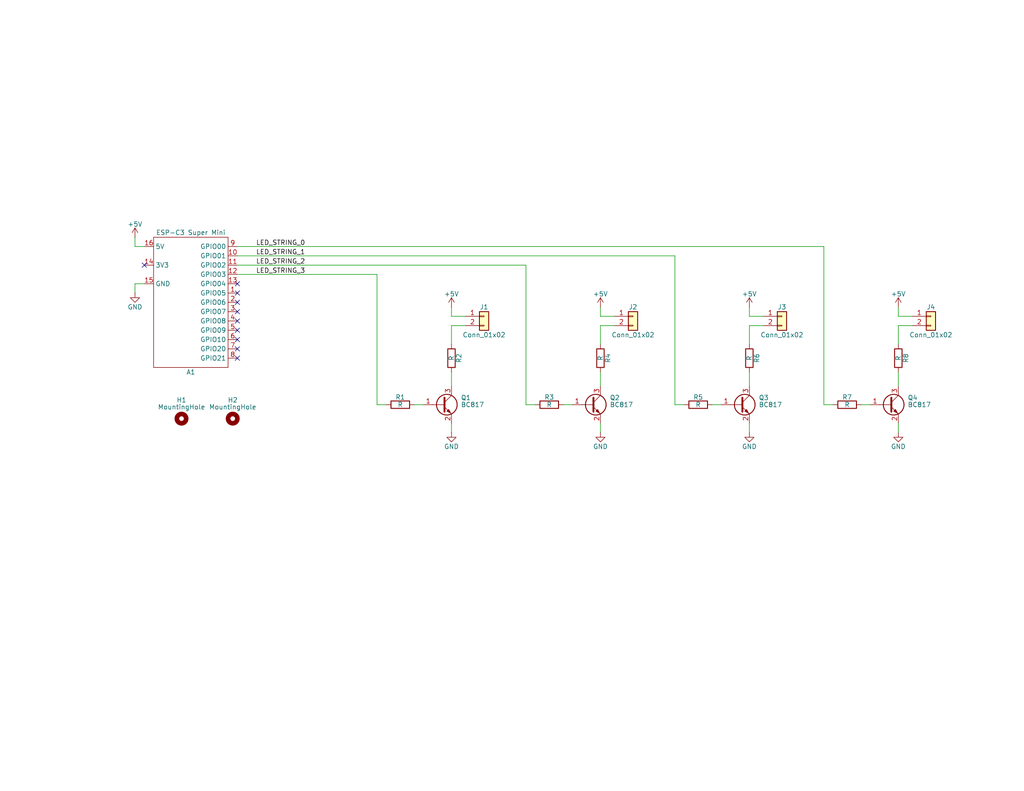
<source format=kicad_sch>
(kicad_sch (version 20250114) (generator "eeschema") (generator_version "9.0")
  (paper "A")
  (title_block (title "Mini Christmas Tree Light Controller") (date "2025-12-02") (company "Perry Leumas"))
  (lib_symbols
    (symbol "Connector_Generic:Conn_01x02" (pin_names (offset 1.016) (hide yes))
      (property "Reference" "J" (at 0 2.54 0))
      (property "Value" "Conn_01x02" (at 0 -5.08 0))
      (symbol "Conn_01x02_1_1"
        (rectangle (start -1.27 1.27) (end 1.27 -3.81) (stroke (width 0.254)) (fill (type background)))
        (rectangle (start -1.27 0.127) (end 0 -0.127) (stroke (width 0.1524)))
        (rectangle (start -1.27 -2.413) (end 0 -2.667) (stroke (width 0.1524)))
        (pin passive line (at -5.08 0 0) (length 3.81) (name "Pin_1") (number "1"))
        (pin passive line (at -5.08 -2.54 0) (length 3.81) (name "Pin_2") (number "2"))
      )
    )
    (symbol "Device:R" (pin_numbers (hide yes)) (pin_names (offset 0))
      (property "Reference" "R" (at 2.032 0 90))
      (property "Value" "R" (at 0 0 90))
      (symbol "R_0_1"
        (rectangle (start -1.016 -2.54) (end 1.016 2.54) (stroke (width 0.254)))
      )
      (symbol "R_1_1"
        (pin passive line (at 0 3.81 270) (length 1.27) (name "~") (number "1"))
        (pin passive line (at 0 -3.81 90) (length 1.27) (name "~") (number "2"))
      )
    )
    (symbol "Mechanical:MountingHole" (pin_names (offset 1.016)) (in_bom no)
      (property "Reference" "H" (at 0 5.08 0))
      (property "Value" "MountingHole" (at 0 3.175 0))
      (symbol "MountingHole_0_1"
        (circle (center 0 0) (radius 1.27) (stroke (width 1.27)))
      )
    )
    (symbol "Transistor_BJT:BC817" (pin_names (offset 0) (hide yes))
      (property "Reference" "Q" (at 5.08 1.905 0))
      (property "Value" "BC817" (at 5.08 0 0))
      (symbol "BC817_0_1"
        (polyline (pts (xy -2.54 0) (xy 0.635 0)))
        (polyline (pts (xy 0.635 1.905) (xy 0.635 -1.905)) (stroke (width 0.508)))
        (circle (center 1.27 0) (radius 2.8194) (stroke (width 0.254)))
      )
      (symbol "BC817_1_1"
        (polyline (pts (xy 0.635 0.635) (xy 2.54 2.54)))
        (polyline (pts (xy 0.635 -0.635) (xy 2.54 -2.54)))
        (polyline (pts (xy 1.27 -1.778) (xy 1.778 -1.27) (xy 2.286 -2.286) (xy 1.27 -1.778)) (fill (type outline)))
        (pin input line (at -5.08 0 0) (length 2.54) (name "B") (number "1"))
        (pin passive line (at 2.54 5.08 270) (length 2.54) (name "C") (number "3"))
        (pin passive line (at 2.54 -5.08 90) (length 2.54) (name "E") (number "2"))
      )
    )
    (symbol "esp32-c3_SuperMini:esp32-c3_SuperMini"
      (property "Reference" "A" (at 0 -34.29 0))
      (property "Value" "ESP-C3 Super Mini" (at 0 3.81 0))
      (symbol "esp32-c3_SuperMini_0_1"
        (rectangle (start -10.16 2.54) (end 10.16 -33.02))
      )
      (symbol "esp32-c3_SuperMini_1_1"
        (pin power_out line (at -12.7 0 0) (length 2.54) (name "5V") (number "16"))
        (pin power_out line (at -12.7 -5.08 0) (length 2.54) (name "3V3") (number "14"))
        (pin power_out line (at -12.7 -10.16 0) (length 2.54) (name "GND") (number "15"))
        (pin bidirectional line (at 12.7 0 180) (length 2.54) (name "GPIO00") (number "9"))
        (pin bidirectional line (at 12.7 -2.54 180) (length 2.54) (name "GPIO01") (number "10"))
        (pin bidirectional line (at 12.7 -5.08 180) (length 2.54) (name "GPIO02") (number "11"))
        (pin bidirectional line (at 12.7 -7.62 180) (length 2.54) (name "GPIO03") (number "12"))
        (pin bidirectional line (at 12.7 -10.16 180) (length 2.54) (name "GPIO04") (number "13"))
        (pin bidirectional line (at 12.7 -12.7 180) (length 2.54) (name "GPIO05") (number "1"))
        (pin bidirectional line (at 12.7 -15.24 180) (length 2.54) (name "GPIO06") (number "2"))
        (pin bidirectional line (at 12.7 -17.78 180) (length 2.54) (name "GPIO07") (number "3"))
        (pin bidirectional line (at 12.7 -20.32 180) (length 2.54) (name "GPIO08") (number "4"))
        (pin bidirectional line (at 12.7 -22.86 180) (length 2.54) (name "GPIO09") (number "5"))
        (pin bidirectional line (at 12.7 -25.4 180) (length 2.54) (name "GPIO10") (number "6"))
        (pin bidirectional line (at 12.7 -27.94 180) (length 2.54) (name "GPIO20") (number "7"))
        (pin bidirectional line (at 12.7 -30.48 180) (length 2.54) (name "GPIO21") (number "8"))
      )
    )
    (symbol "power:+5V" (power) (pin_numbers (hide yes)) (pin_names (offset 0) (hide yes))
      (property "Value" "+5V" (at 0 3.556 0))
      (symbol "+5V_0_1"
        (polyline (pts (xy -0.762 1.27) (xy 0 2.54)))
        (polyline (pts (xy 0 2.54) (xy 0.762 1.27)))
        (polyline (pts (xy 0 0) (xy 0 2.54)))
      )
      (symbol "+5V_1_1"
        (pin power_in line (at 0 0 90) (length 0) (name "~") (number "1"))
      )
    )
    (symbol "power:GND" (power) (pin_numbers (hide yes)) (pin_names (offset 0) (hide yes))
      (property "Value" "GND" (at 0 -3.81 0))
      (symbol "GND_0_1"
        (polyline (pts (xy 0 0) (xy 0 -1.27) (xy 1.27 -1.27) (xy 0 -2.54) (xy -1.27 -1.27) (xy 0 -1.27)))
      )
      (symbol "GND_1_1"
        (pin power_in line (at 0 0 270) (length 0) (name "~") (number "1"))
      )
    )
  )
  (no_connect (at 64.77 82.55))
  (no_connect (at 64.77 92.71))
  (no_connect (at 64.77 85.09))
  (no_connect (at 64.77 77.47))
  (no_connect (at 64.77 87.63))
  (no_connect (at 64.77 90.17))
  (no_connect (at 64.77 97.79))
  (no_connect (at 64.77 95.25))
  (no_connect (at 39.37 72.39))
  (no_connect (at 64.77 80.01))
  (wire (pts (xy 123.19 101.6) (xy 123.19 105.41)))
  (wire (pts (xy 143.51 72.39) (xy 143.51 110.49)))
  (wire (pts (xy 245.11 88.9) (xy 248.92 88.9)))
  (wire (pts (xy 204.47 88.9) (xy 204.47 93.98)))
  (wire (pts (xy 64.77 74.93) (xy 102.87 74.93)))
  (wire (pts (xy 143.51 110.49) (xy 146.05 110.49)))
  (wire (pts (xy 245.11 86.36) (xy 248.92 86.36)))
  (wire (pts (xy 245.11 83.82) (xy 245.11 86.36)))
  (wire (pts (xy 184.15 69.85) (xy 184.15 110.49)))
  (wire (pts (xy 123.19 83.82) (xy 123.19 86.36)))
  (wire (pts (xy 163.83 88.9) (xy 167.64 88.9)))
  (wire (pts (xy 245.11 105.41) (xy 245.11 101.6)))
  (wire (pts (xy 204.47 105.41) (xy 204.47 101.6)))
  (wire (pts (xy 194.31 110.49) (xy 196.85 110.49)))
  (wire (pts (xy 224.79 110.49) (xy 227.33 110.49)))
  (wire (pts (xy 102.87 74.93) (xy 102.87 110.49)))
  (wire (pts (xy 184.15 110.49) (xy 186.69 110.49)))
  (wire (pts (xy 163.83 83.82) (xy 163.83 86.36)))
  (wire (pts (xy 36.83 80.01) (xy 36.83 77.47)))
  (wire (pts (xy 204.47 115.57) (xy 204.47 118.11)))
  (wire (pts (xy 102.87 110.49) (xy 105.41 110.49)))
  (wire (pts (xy 163.83 86.36) (xy 167.64 86.36)))
  (wire (pts (xy 204.47 86.36) (xy 208.28 86.36)))
  (wire (pts (xy 113.03 110.49) (xy 115.57 110.49)))
  (wire (pts (xy 64.77 72.39) (xy 143.51 72.39)))
  (wire (pts (xy 163.83 105.41) (xy 163.83 101.6)))
  (wire (pts (xy 245.11 88.9) (xy 245.11 93.98)))
  (wire (pts (xy 36.83 64.77) (xy 36.83 67.31)))
  (wire (pts (xy 204.47 88.9) (xy 208.28 88.9)))
  (wire (pts (xy 245.11 115.57) (xy 245.11 118.11)))
  (wire (pts (xy 123.19 88.9) (xy 123.19 93.98)))
  (wire (pts (xy 64.77 69.85) (xy 184.15 69.85)))
  (wire (pts (xy 64.77 67.31) (xy 224.79 67.31)))
  (wire (pts (xy 36.83 77.47) (xy 39.37 77.47)))
  (wire (pts (xy 123.19 115.57) (xy 123.19 118.11)))
  (wire (pts (xy 204.47 83.82) (xy 204.47 86.36)))
  (wire (pts (xy 163.83 88.9) (xy 163.83 93.98)))
  (wire (pts (xy 36.83 67.31) (xy 39.37 67.31)))
  (wire (pts (xy 123.19 88.9) (xy 127 88.9)))
  (wire (pts (xy 153.67 110.49) (xy 156.21 110.49)))
  (wire (pts (xy 123.19 86.36) (xy 127 86.36)))
  (wire (pts (xy 234.95 110.49) (xy 237.49 110.49)))
  (wire (pts (xy 163.83 115.57) (xy 163.83 118.11)))
  (wire (pts (xy 224.79 67.31) (xy 224.79 110.49)))
  (label "LED_STRING_0" (at 69.85 67.31 0))
  (label "LED_STRING_3" (at 69.85 74.93 0))
  (label "LED_STRING_1" (at 69.85 69.85 0))
  (label "LED_STRING_2" (at 69.85 72.39 0))
  (symbol (lib_id "Device:R") (at 231.14 110.49 90) (unit 1)
    (property "Reference" "R7" (at 231.14 108.458 90))
    (property "Value" "R" (at 231.14 110.49 90))
    (property "Footprint" "Resistor_SMD:R_0805_2012Metric_Pad1.20x1.40mm_HandSolder" (effects (hide yes)))
    (property "Description" "Resistor" (effects (hide yes)))
  )
  (symbol (lib_id "Device:R") (at 190.5 110.49 90) (unit 1)
    (property "Reference" "R5" (at 190.5 108.458 90))
    (property "Value" "R" (at 190.5 110.49 90))
    (property "Footprint" "Resistor_SMD:R_0805_2012Metric_Pad1.20x1.40mm_HandSolder" (effects (hide yes)))
    (property "Description" "Resistor" (effects (hide yes)))
  )
  (symbol (lib_id "Connector_Generic:Conn_01x02") (at 254 86.36 0) (unit 1)
    (property "Reference" "J4" (at 254 83.82 0))
    (property "Value" "Conn_01x02" (at 254 91.44 0))
    (property "Footprint" "Connector_PinHeader_2.54mm:PinHeader_1x02_P2.54mm_Vertical" (effects (hide yes)))
    (property "Description" "Generic connector, single row, 01x02, script generated (kicad-library-utils/schlib/autogen/connector/)" (effects (hide yes)))
  )
  (symbol (lib_id "Device:R") (at 109.22 110.49 90) (unit 1)
    (property "Reference" "R1" (at 109.22 108.458 90))
    (property "Value" "R" (at 109.22 110.49 90))
    (property "Footprint" "Resistor_SMD:R_0805_2012Metric_Pad1.20x1.40mm_HandSolder" (effects (hide yes)))
    (property "Description" "Resistor" (effects (hide yes)))
  )
  (symbol (lib_id "power:GND") (at 123.19 118.11 0) (unit 1)
    (property "Reference" "#PWR03" (effects (hide yes)))
    (property "Value" "GND" (at 123.19 121.92 0))
    (property "Description" "Power symbol creates a global label with name \"GND\" , ground" (effects (hide yes)))
  )
  (symbol (lib_id "Device:R") (at 163.83 97.79 0) (unit 1)
    (property "Reference" "R4" (at 165.862 97.79 90))
    (property "Value" "R" (at 163.83 97.79 90))
    (property "Footprint" "Resistor_SMD:R_0805_2012Metric_Pad1.20x1.40mm_HandSolder" (effects (hide yes)))
    (property "Description" "Resistor" (effects (hide yes)))
  )
  (symbol (lib_id "Connector_Generic:Conn_01x02") (at 213.36 86.36 0) (unit 1)
    (property "Reference" "J3" (at 213.36 83.82 0))
    (property "Value" "Conn_01x02" (at 213.36 91.44 0))
    (property "Footprint" "Connector_PinHeader_2.54mm:PinHeader_1x02_P2.54mm_Vertical" (effects (hide yes)))
    (property "Description" "Generic connector, single row, 01x02, script generated (kicad-library-utils/schlib/autogen/connector/)" (effects (hide yes)))
  )
  (symbol (lib_id "power:GND") (at 245.11 118.11 0) (unit 1)
    (property "Reference" "#PWR010" (effects (hide yes)))
    (property "Value" "GND" (at 245.11 121.92 0))
    (property "Description" "Power symbol creates a global label with name \"GND\" , ground" (effects (hide yes)))
  )
  (symbol (lib_id "power:GND") (at 163.83 118.11 0) (unit 1)
    (property "Reference" "#PWR06" (effects (hide yes)))
    (property "Value" "GND" (at 163.83 121.92 0))
    (property "Description" "Power symbol creates a global label with name \"GND\" , ground" (effects (hide yes)))
  )
  (symbol (lib_id "Mechanical:MountingHole") (at 63.5 114.3 0) (unit 1) (in_bom no)
    (property "Reference" "H2" (at 63.5 109.22 0))
    (property "Value" "MountingHole" (at 63.5 111.125 0))
    (property "Footprint" "MountingHole:MountingHole_3.2mm_M3" (effects (hide yes)))
    (property "Description" "Mounting Hole without connection" (effects (hide yes)))
  )
  (symbol (lib_id "power:GND") (at 36.83 80.01 0) (unit 1)
    (property "Reference" "#PWR01" (effects (hide yes)))
    (property "Value" "GND" (at 36.83 83.82 0))
    (property "Description" "Power symbol creates a global label with name \"GND\" , ground" (effects (hide yes)))
  )
  (symbol (lib_id "power:+5V") (at 163.83 83.82 0) (unit 1)
    (property "Reference" "#PWR05" (effects (hide yes)))
    (property "Value" "+5V" (at 163.83 80.264 0))
    (property "Description" "Power symbol creates a global label with name \"+5V\"" (effects (hide yes)))
  )
  (symbol (lib_id "Connector_Generic:Conn_01x02") (at 132.08 86.36 0) (unit 1)
    (property "Reference" "J1" (at 132.08 83.82 0))
    (property "Value" "Conn_01x02" (at 132.08 91.44 0))
    (property "Footprint" "Connector_PinHeader_2.54mm:PinHeader_1x02_P2.54mm_Vertical" (effects (hide yes)))
    (property "Description" "Generic connector, single row, 01x02, script generated (kicad-library-utils/schlib/autogen/connector/)" (effects (hide yes)))
  )
  (symbol (lib_id "Transistor_BJT:BC817") (at 161.29 110.49 0) (unit 1)
    (property "Reference" "Q2" (at 166.37 108.585 0) (effects (justify left)))
    (property "Value" "BC817" (at 166.37 110.49 0) (effects (justify left)))
    (property "Footprint" "Package_TO_SOT_SMD:SOT-23" (effects (hide yes)))
    (property "Datasheet" "https://www.onsemi.com/pub/Collateral/BC818-D.pdf" (effects (hide yes)))
    (property "Description" "0.8A Ic, 45V Vce, NPN Transistor, SOT-23" (effects (hide yes)))
  )
  (symbol (lib_id "power:+5V") (at 36.83 64.77 0) (unit 1)
    (property "Reference" "#PWR02" (effects (hide yes)))
    (property "Value" "+5V" (at 36.83 61.214 0))
    (property "Description" "Power symbol creates a global label with name \"+5V\"" (effects (hide yes)))
  )
  (symbol (lib_id "Device:R") (at 204.47 97.79 0) (unit 1)
    (property "Reference" "R6" (at 206.502 97.79 90))
    (property "Value" "R" (at 204.47 97.79 90))
    (property "Footprint" "Resistor_SMD:R_0805_2012Metric_Pad1.20x1.40mm_HandSolder" (effects (hide yes)))
    (property "Description" "Resistor" (effects (hide yes)))
  )
  (symbol (lib_id "Mechanical:MountingHole") (at 49.53 114.3 0) (unit 1) (in_bom no)
    (property "Reference" "H1" (at 49.53 109.22 0))
    (property "Value" "MountingHole" (at 49.53 111.125 0))
    (property "Footprint" "MountingHole:MountingHole_3.2mm_M3" (effects (hide yes)))
    (property "Description" "Mounting Hole without connection" (effects (hide yes)))
  )
  (symbol (lib_id "power:+5V") (at 204.47 83.82 0) (unit 1)
    (property "Reference" "#PWR07" (effects (hide yes)))
    (property "Value" "+5V" (at 204.47 80.264 0))
    (property "Description" "Power symbol creates a global label with name \"+5V\"" (effects (hide yes)))
  )
  (symbol (lib_id "Transistor_BJT:BC817") (at 242.57 110.49 0) (unit 1)
    (property "Reference" "Q4" (at 247.65 108.585 0) (effects (justify left)))
    (property "Value" "BC817" (at 247.65 110.49 0) (effects (justify left)))
    (property "Footprint" "Package_TO_SOT_SMD:SOT-23" (effects (hide yes)))
    (property "Datasheet" "https://www.onsemi.com/pub/Collateral/BC818-D.pdf" (effects (hide yes)))
    (property "Description" "0.8A Ic, 45V Vce, NPN Transistor, SOT-23" (effects (hide yes)))
  )
  (symbol (lib_id "Device:R") (at 123.19 97.79 0) (unit 1)
    (property "Reference" "R2" (at 125.222 97.79 90))
    (property "Value" "R" (at 123.19 97.79 90))
    (property "Footprint" "Resistor_SMD:R_0805_2012Metric_Pad1.20x1.40mm_HandSolder" (effects (hide yes)))
    (property "Description" "Resistor" (effects (hide yes)))
  )
  (symbol (lib_id "Connector_Generic:Conn_01x02") (at 172.72 86.36 0) (unit 1)
    (property "Reference" "J2" (at 172.72 83.82 0))
    (property "Value" "Conn_01x02" (at 172.72 91.44 0))
    (property "Footprint" "Connector_PinHeader_2.54mm:PinHeader_1x02_P2.54mm_Vertical" (effects (hide yes)))
    (property "Description" "Generic connector, single row, 01x02, script generated (kicad-library-utils/schlib/autogen/connector/)" (effects (hide yes)))
  )
  (symbol (lib_id "power:+5V") (at 245.11 83.82 0) (unit 1)
    (property "Reference" "#PWR09" (effects (hide yes)))
    (property "Value" "+5V" (at 245.11 80.264 0))
    (property "Description" "Power symbol creates a global label with name \"+5V\"" (effects (hide yes)))
  )
  (symbol (lib_id "Transistor_BJT:BC817") (at 201.93 110.49 0) (unit 1)
    (property "Reference" "Q3" (at 207.01 108.585 0) (effects (justify left)))
    (property "Value" "BC817" (at 207.01 110.49 0) (effects (justify left)))
    (property "Footprint" "Package_TO_SOT_SMD:SOT-23" (effects (hide yes)))
    (property "Datasheet" "https://www.onsemi.com/pub/Collateral/BC818-D.pdf" (effects (hide yes)))
    (property "Description" "0.8A Ic, 45V Vce, NPN Transistor, SOT-23" (effects (hide yes)))
  )
  (symbol (lib_id "esp32-c3_SuperMini:esp32-c3_SuperMini") (at 52.07 67.31 0) (unit 1)
    (property "Reference" "A1" (at 52.07 101.6 0))
    (property "Value" "ESP-C3 Super Mini" (at 52.07 63.5 0))
    (property "Footprint" "ESP32-C3_SuperMini:ESP32-C3 Super Mini" (effects (hide yes)))
  )
  (symbol (lib_id "Device:R") (at 245.11 97.79 0) (unit 1)
    (property "Reference" "R8" (at 247.142 97.79 90))
    (property "Value" "R" (at 245.11 97.79 90))
    (property "Footprint" "Resistor_SMD:R_0805_2012Metric_Pad1.20x1.40mm_HandSolder" (effects (hide yes)))
    (property "Description" "Resistor" (effects (hide yes)))
  )
  (symbol (lib_id "power:GND") (at 204.47 118.11 0) (unit 1)
    (property "Reference" "#PWR08" (effects (hide yes)))
    (property "Value" "GND" (at 204.47 121.92 0))
    (property "Description" "Power symbol creates a global label with name \"GND\" , ground" (effects (hide yes)))
  )
  (symbol (lib_id "Transistor_BJT:BC817") (at 120.65 110.49 0) (unit 1)
    (property "Reference" "Q1" (at 125.73 108.585 0) (effects (justify left)))
    (property "Value" "BC817" (at 125.73 110.49 0) (effects (justify left)))
    (property "Footprint" "Package_TO_SOT_SMD:SOT-23" (effects (hide yes)))
    (property "Datasheet" "https://www.onsemi.com/pub/Collateral/BC818-D.pdf" (effects (hide yes)))
    (property "Description" "0.8A Ic, 45V Vce, NPN Transistor, SOT-23" (effects (hide yes)))
  )
  (symbol (lib_id "power:+5V") (at 123.19 83.82 0) (unit 1)
    (property "Reference" "#PWR04" (effects (hide yes)))
    (property "Value" "+5V" (at 123.19 80.264 0))
    (property "Description" "Power symbol creates a global label with name \"+5V\"" (effects (hide yes)))
  )
  (symbol (lib_id "Device:R") (at 149.86 110.49 90) (unit 1)
    (property "Reference" "R3" (at 149.86 108.458 90))
    (property "Value" "R" (at 149.86 110.49 90))
    (property "Footprint" "Resistor_SMD:R_0805_2012Metric_Pad1.20x1.40mm_HandSolder" (effects (hide yes)))
    (property "Description" "Resistor" (effects (hide yes)))
  )
)
</source>
